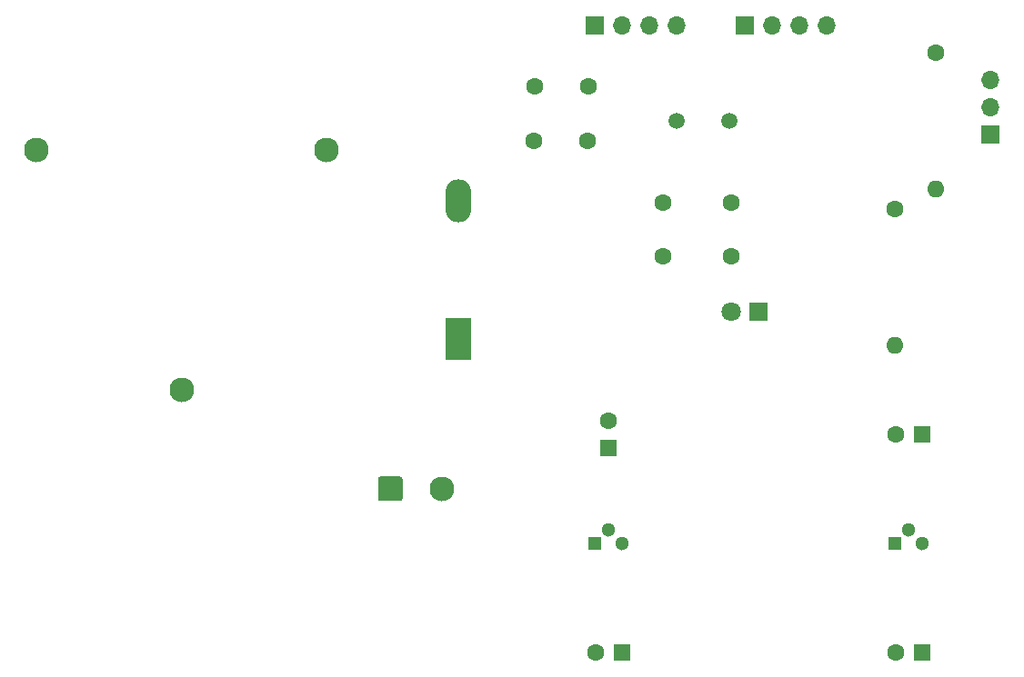
<source format=gbr>
%TF.GenerationSoftware,KiCad,Pcbnew,5.1.12-84ad8e8a86~92~ubuntu20.04.1*%
%TF.CreationDate,2021-12-12T14:48:12+01:00*%
%TF.ProjectId,funkwecker,66756e6b-7765-4636-9b65-722e6b696361,0.1*%
%TF.SameCoordinates,Original*%
%TF.FileFunction,Soldermask,Bot*%
%TF.FilePolarity,Negative*%
%FSLAX46Y46*%
G04 Gerber Fmt 4.6, Leading zero omitted, Abs format (unit mm)*
G04 Created by KiCad (PCBNEW 5.1.12-84ad8e8a86~92~ubuntu20.04.1) date 2021-12-12 14:48:12*
%MOMM*%
%LPD*%
G01*
G04 APERTURE LIST*
%ADD10C,2.300000*%
%ADD11R,2.410000X4.020000*%
%ADD12O,2.410000X4.020000*%
%ADD13C,1.600000*%
%ADD14R,1.600000X1.600000*%
%ADD15R,1.800000X1.800000*%
%ADD16C,1.800000*%
%ADD17R,1.700000X1.700000*%
%ADD18O,1.700000X1.700000*%
%ADD19O,1.600000X1.600000*%
%ADD20R,1.300000X1.300000*%
%ADD21C,1.300000*%
%ADD22C,1.500000*%
G04 APERTURE END LIST*
D10*
%TO.C,SW1*%
X141452000Y-100838000D03*
G36*
G01*
X135502000Y-101738002D02*
X135502000Y-99937998D01*
G75*
G02*
X135751998Y-99688000I249998J0D01*
G01*
X137552002Y-99688000D01*
G75*
G02*
X137802000Y-99937998I0J-249998D01*
G01*
X137802000Y-101738002D01*
G75*
G02*
X137552002Y-101988000I-249998J0D01*
G01*
X135751998Y-101988000D01*
G75*
G02*
X135502000Y-101738002I0J249998D01*
G01*
G37*
%TD*%
D11*
%TO.C,BT1*%
X143002000Y-86868000D03*
D12*
X143002000Y-73988000D03*
D10*
X117222000Y-91598000D03*
X130712000Y-69248000D03*
X103742000Y-69248000D03*
%TD*%
D13*
%TO.C,C1*%
X155742000Y-116078000D03*
D14*
X158242000Y-116078000D03*
%TD*%
%TO.C,C2*%
X156972000Y-97028000D03*
D13*
X156972000Y-94528000D03*
%TD*%
D14*
%TO.C,C5*%
X186182000Y-95758000D03*
D13*
X183682000Y-95758000D03*
%TD*%
%TO.C,C6*%
X183682000Y-116078000D03*
D14*
X186182000Y-116078000D03*
%TD*%
D15*
%TO.C,D1*%
X170942000Y-84328000D03*
D16*
X168402000Y-84328000D03*
%TD*%
D17*
%TO.C,J1*%
X192532000Y-67818000D03*
D18*
X192532000Y-65278000D03*
X192532000Y-62738000D03*
%TD*%
D17*
%TO.C,J2*%
X155702000Y-57658000D03*
D18*
X158242000Y-57658000D03*
X160782000Y-57658000D03*
X163322000Y-57658000D03*
%TD*%
%TO.C,J3*%
X177292000Y-57658000D03*
X174752000Y-57658000D03*
X172212000Y-57658000D03*
D17*
X169672000Y-57658000D03*
%TD*%
D19*
%TO.C,R1*%
X187452000Y-72898000D03*
D13*
X187452000Y-60198000D03*
%TD*%
%TO.C,R2*%
X183642000Y-74803000D03*
D19*
X183642000Y-87503000D03*
%TD*%
D20*
%TO.C,U1*%
X155702000Y-105918000D03*
D21*
X158242000Y-105918000D03*
X156972000Y-104648000D03*
%TD*%
%TO.C,U8*%
X184912000Y-104648000D03*
X186182000Y-105918000D03*
D20*
X183642000Y-105918000D03*
%TD*%
D22*
%TO.C,Y1*%
X163322000Y-66548000D03*
X168202000Y-66548000D03*
%TD*%
D13*
%TO.C,C3*%
X168402000Y-74168000D03*
X168402000Y-79168000D03*
%TD*%
%TO.C,C4*%
X162052000Y-79168000D03*
X162052000Y-74168000D03*
%TD*%
%TO.C,C7*%
X155067000Y-63373000D03*
X150067000Y-63373000D03*
%TD*%
%TO.C,C8*%
X154987000Y-68453000D03*
X149987000Y-68453000D03*
%TD*%
M02*

</source>
